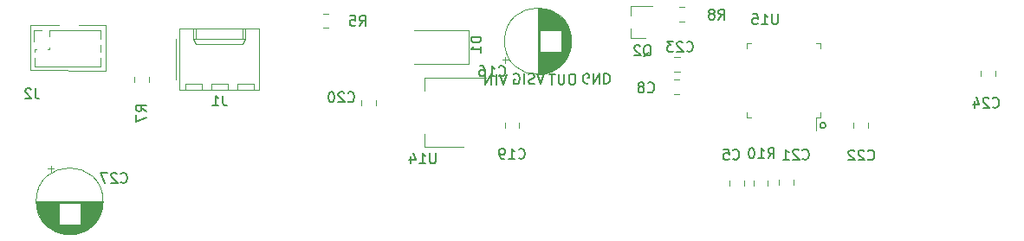
<source format=gbr>
G04 #@! TF.GenerationSoftware,KiCad,Pcbnew,(5.1.2)-2*
G04 #@! TF.CreationDate,2021-01-17T20:53:17+05:30*
G04 #@! TF.ProjectId,VendSensor,56656e64-5365-46e7-936f-722e6b696361,rev?*
G04 #@! TF.SameCoordinates,Original*
G04 #@! TF.FileFunction,Legend,Bot*
G04 #@! TF.FilePolarity,Positive*
%FSLAX46Y46*%
G04 Gerber Fmt 4.6, Leading zero omitted, Abs format (unit mm)*
G04 Created by KiCad (PCBNEW (5.1.2)-2) date 2021-01-17 20:53:17*
%MOMM*%
%LPD*%
G04 APERTURE LIST*
%ADD10C,0.120000*%
%ADD11C,0.150000*%
%ADD12C,0.200000*%
G04 APERTURE END LIST*
D10*
X67140000Y-37690000D02*
X64490000Y-37670000D01*
X67140000Y-42130000D02*
X67140000Y-37690000D01*
X59720000Y-42110000D02*
X67140000Y-42130000D01*
X59730000Y-37710000D02*
X59720000Y-42110000D01*
X62510000Y-37710000D02*
X59730000Y-37710000D01*
D11*
X114318095Y-43390000D02*
X114222857Y-43437619D01*
X114080000Y-43437619D01*
X113937142Y-43390000D01*
X113841904Y-43294761D01*
X113794285Y-43199523D01*
X113746666Y-43009047D01*
X113746666Y-42866190D01*
X113794285Y-42675714D01*
X113841904Y-42580476D01*
X113937142Y-42485238D01*
X114080000Y-42437619D01*
X114175238Y-42437619D01*
X114318095Y-42485238D01*
X114365714Y-42532857D01*
X114365714Y-42866190D01*
X114175238Y-42866190D01*
X114794285Y-42437619D02*
X114794285Y-43437619D01*
X115365714Y-42437619D01*
X115365714Y-43437619D01*
X115841904Y-42437619D02*
X115841904Y-43437619D01*
X116080000Y-43437619D01*
X116222857Y-43390000D01*
X116318095Y-43294761D01*
X116365714Y-43199523D01*
X116413333Y-43009047D01*
X116413333Y-42866190D01*
X116365714Y-42675714D01*
X116318095Y-42580476D01*
X116222857Y-42485238D01*
X116080000Y-42437619D01*
X115841904Y-42437619D01*
X112810000Y-42482380D02*
X112619523Y-42482380D01*
X112524285Y-42530000D01*
X112429047Y-42625238D01*
X112381428Y-42815714D01*
X112381428Y-43149047D01*
X112429047Y-43339523D01*
X112524285Y-43434761D01*
X112619523Y-43482380D01*
X112810000Y-43482380D01*
X112905238Y-43434761D01*
X113000476Y-43339523D01*
X113048095Y-43149047D01*
X113048095Y-42815714D01*
X113000476Y-42625238D01*
X112905238Y-42530000D01*
X112810000Y-42482380D01*
X111952857Y-42482380D02*
X111952857Y-43291904D01*
X111905238Y-43387142D01*
X111857619Y-43434761D01*
X111762380Y-43482380D01*
X111571904Y-43482380D01*
X111476666Y-43434761D01*
X111429047Y-43387142D01*
X111381428Y-43291904D01*
X111381428Y-42482380D01*
X111048095Y-42482380D02*
X110476666Y-42482380D01*
X110762380Y-43482380D02*
X110762380Y-42482380D01*
X109977619Y-42452380D02*
X109644285Y-43452380D01*
X109310952Y-42452380D01*
X109025238Y-43404761D02*
X108882380Y-43452380D01*
X108644285Y-43452380D01*
X108549047Y-43404761D01*
X108501428Y-43357142D01*
X108453809Y-43261904D01*
X108453809Y-43166666D01*
X108501428Y-43071428D01*
X108549047Y-43023809D01*
X108644285Y-42976190D01*
X108834761Y-42928571D01*
X108930000Y-42880952D01*
X108977619Y-42833333D01*
X109025238Y-42738095D01*
X109025238Y-42642857D01*
X108977619Y-42547619D01*
X108930000Y-42500000D01*
X108834761Y-42452380D01*
X108596666Y-42452380D01*
X108453809Y-42500000D01*
X108025238Y-43452380D02*
X108025238Y-42452380D01*
X107025238Y-42500000D02*
X107120476Y-42452380D01*
X107263333Y-42452380D01*
X107406190Y-42500000D01*
X107501428Y-42595238D01*
X107549047Y-42690476D01*
X107596666Y-42880952D01*
X107596666Y-43023809D01*
X107549047Y-43214285D01*
X107501428Y-43309523D01*
X107406190Y-43404761D01*
X107263333Y-43452380D01*
X107168095Y-43452380D01*
X107025238Y-43404761D01*
X106977619Y-43357142D01*
X106977619Y-43023809D01*
X107168095Y-43023809D01*
X106285238Y-42482380D02*
X105951904Y-43482380D01*
X105618571Y-42482380D01*
X105285238Y-43482380D02*
X105285238Y-42482380D01*
X104809047Y-43482380D02*
X104809047Y-42482380D01*
X104237619Y-43482380D01*
X104237619Y-42482380D01*
D12*
X137491780Y-47510000D02*
G75*
G03X137491780Y-47510000I-281780J0D01*
G01*
D10*
X81570000Y-43440000D02*
X81570000Y-44040000D01*
X79970000Y-43440000D02*
X81570000Y-43440000D01*
X79970000Y-44040000D02*
X79970000Y-43440000D01*
X79030000Y-43440000D02*
X79030000Y-44040000D01*
X77430000Y-43440000D02*
X79030000Y-43440000D01*
X77430000Y-44040000D02*
X77430000Y-43440000D01*
X76490000Y-43440000D02*
X76490000Y-44040000D01*
X74890000Y-43440000D02*
X76490000Y-43440000D01*
X74890000Y-44040000D02*
X74890000Y-43440000D01*
X80520000Y-38020000D02*
X80520000Y-39020000D01*
X75940000Y-38020000D02*
X75940000Y-39020000D01*
X80520000Y-39550000D02*
X80770000Y-39020000D01*
X75940000Y-39550000D02*
X80520000Y-39550000D01*
X75690000Y-39020000D02*
X75940000Y-39550000D01*
X80770000Y-39020000D02*
X80770000Y-38020000D01*
X75690000Y-39020000D02*
X80770000Y-39020000D01*
X75690000Y-38020000D02*
X75690000Y-39020000D01*
X74020000Y-43010000D02*
X74020000Y-39010000D01*
X82150000Y-44040000D02*
X74310000Y-44040000D01*
X82150000Y-38020000D02*
X82150000Y-44040000D01*
X74310000Y-38020000D02*
X82150000Y-38020000D01*
X74310000Y-44040000D02*
X74310000Y-38020000D01*
X60120000Y-38170000D02*
X60120000Y-39300000D01*
X60880000Y-38170000D02*
X60120000Y-38170000D01*
X60185000Y-40877530D02*
X60185000Y-41700000D01*
X60185000Y-40060000D02*
X60185000Y-40262470D01*
X60316529Y-40060000D02*
X60185000Y-40060000D01*
X61586529Y-40060000D02*
X61443471Y-40060000D01*
X61640000Y-39863471D02*
X61640000Y-40006529D01*
X61640000Y-38170000D02*
X61640000Y-38736529D01*
X60185000Y-41700000D02*
X66655000Y-41700000D01*
X61640000Y-38170000D02*
X66655000Y-38170000D01*
X66655000Y-39607530D02*
X66655000Y-40262470D01*
X66655000Y-40877530D02*
X66655000Y-41700000D01*
X66655000Y-38170000D02*
X66655000Y-38992470D01*
X102630000Y-38200000D02*
X97230000Y-38200000D01*
X102630000Y-41500000D02*
X97230000Y-41500000D01*
X102630000Y-38200000D02*
X102630000Y-41500000D01*
X128070000Y-53406252D02*
X128070000Y-52883748D01*
X129490000Y-53406252D02*
X129490000Y-52883748D01*
X71370000Y-42773748D02*
X71370000Y-43296252D01*
X69950000Y-42773748D02*
X69950000Y-43296252D01*
X88333748Y-36550000D02*
X88856252Y-36550000D01*
X88333748Y-37970000D02*
X88856252Y-37970000D01*
X130430000Y-53466252D02*
X130430000Y-52943748D01*
X131850000Y-53466252D02*
X131850000Y-52943748D01*
X123696252Y-37310000D02*
X123173748Y-37310000D01*
X123696252Y-35890000D02*
X123173748Y-35890000D01*
X61446000Y-51764759D02*
X62076000Y-51764759D01*
X61761000Y-51449759D02*
X61761000Y-52079759D01*
X63198000Y-58191000D02*
X64002000Y-58191000D01*
X62967000Y-58151000D02*
X64233000Y-58151000D01*
X62798000Y-58111000D02*
X64402000Y-58111000D01*
X62660000Y-58071000D02*
X64540000Y-58071000D01*
X62541000Y-58031000D02*
X64659000Y-58031000D01*
X62435000Y-57991000D02*
X64765000Y-57991000D01*
X62338000Y-57951000D02*
X64862000Y-57951000D01*
X62250000Y-57911000D02*
X64950000Y-57911000D01*
X62168000Y-57871000D02*
X65032000Y-57871000D01*
X62091000Y-57831000D02*
X65109000Y-57831000D01*
X62019000Y-57791000D02*
X65181000Y-57791000D01*
X61950000Y-57751000D02*
X65250000Y-57751000D01*
X61886000Y-57711000D02*
X65314000Y-57711000D01*
X61824000Y-57671000D02*
X65376000Y-57671000D01*
X61766000Y-57631000D02*
X65434000Y-57631000D01*
X61710000Y-57591000D02*
X65490000Y-57591000D01*
X61656000Y-57551000D02*
X65544000Y-57551000D01*
X61605000Y-57511000D02*
X65595000Y-57511000D01*
X61556000Y-57471000D02*
X65644000Y-57471000D01*
X61508000Y-57431000D02*
X65692000Y-57431000D01*
X61463000Y-57391000D02*
X65737000Y-57391000D01*
X61418000Y-57351000D02*
X65782000Y-57351000D01*
X61376000Y-57311000D02*
X65824000Y-57311000D01*
X61335000Y-57271000D02*
X65865000Y-57271000D01*
X64640000Y-57231000D02*
X65905000Y-57231000D01*
X61295000Y-57231000D02*
X62560000Y-57231000D01*
X64640000Y-57191000D02*
X65943000Y-57191000D01*
X61257000Y-57191000D02*
X62560000Y-57191000D01*
X64640000Y-57151000D02*
X65980000Y-57151000D01*
X61220000Y-57151000D02*
X62560000Y-57151000D01*
X64640000Y-57111000D02*
X66016000Y-57111000D01*
X61184000Y-57111000D02*
X62560000Y-57111000D01*
X64640000Y-57071000D02*
X66050000Y-57071000D01*
X61150000Y-57071000D02*
X62560000Y-57071000D01*
X64640000Y-57031000D02*
X66084000Y-57031000D01*
X61116000Y-57031000D02*
X62560000Y-57031000D01*
X64640000Y-56991000D02*
X66116000Y-56991000D01*
X61084000Y-56991000D02*
X62560000Y-56991000D01*
X64640000Y-56951000D02*
X66148000Y-56951000D01*
X61052000Y-56951000D02*
X62560000Y-56951000D01*
X64640000Y-56911000D02*
X66178000Y-56911000D01*
X61022000Y-56911000D02*
X62560000Y-56911000D01*
X64640000Y-56871000D02*
X66207000Y-56871000D01*
X60993000Y-56871000D02*
X62560000Y-56871000D01*
X64640000Y-56831000D02*
X66236000Y-56831000D01*
X60964000Y-56831000D02*
X62560000Y-56831000D01*
X64640000Y-56791000D02*
X66264000Y-56791000D01*
X60936000Y-56791000D02*
X62560000Y-56791000D01*
X64640000Y-56751000D02*
X66290000Y-56751000D01*
X60910000Y-56751000D02*
X62560000Y-56751000D01*
X64640000Y-56711000D02*
X66316000Y-56711000D01*
X60884000Y-56711000D02*
X62560000Y-56711000D01*
X64640000Y-56671000D02*
X66342000Y-56671000D01*
X60858000Y-56671000D02*
X62560000Y-56671000D01*
X64640000Y-56631000D02*
X66366000Y-56631000D01*
X60834000Y-56631000D02*
X62560000Y-56631000D01*
X64640000Y-56591000D02*
X66390000Y-56591000D01*
X60810000Y-56591000D02*
X62560000Y-56591000D01*
X64640000Y-56551000D02*
X66412000Y-56551000D01*
X60788000Y-56551000D02*
X62560000Y-56551000D01*
X64640000Y-56511000D02*
X66434000Y-56511000D01*
X60766000Y-56511000D02*
X62560000Y-56511000D01*
X64640000Y-56471000D02*
X66456000Y-56471000D01*
X60744000Y-56471000D02*
X62560000Y-56471000D01*
X64640000Y-56431000D02*
X66476000Y-56431000D01*
X60724000Y-56431000D02*
X62560000Y-56431000D01*
X64640000Y-56391000D02*
X66496000Y-56391000D01*
X60704000Y-56391000D02*
X62560000Y-56391000D01*
X64640000Y-56351000D02*
X66516000Y-56351000D01*
X60684000Y-56351000D02*
X62560000Y-56351000D01*
X64640000Y-56311000D02*
X66534000Y-56311000D01*
X60666000Y-56311000D02*
X62560000Y-56311000D01*
X64640000Y-56271000D02*
X66552000Y-56271000D01*
X60648000Y-56271000D02*
X62560000Y-56271000D01*
X64640000Y-56231000D02*
X66570000Y-56231000D01*
X60630000Y-56231000D02*
X62560000Y-56231000D01*
X64640000Y-56191000D02*
X66586000Y-56191000D01*
X60614000Y-56191000D02*
X62560000Y-56191000D01*
X64640000Y-56151000D02*
X66602000Y-56151000D01*
X60598000Y-56151000D02*
X62560000Y-56151000D01*
X64640000Y-56111000D02*
X66618000Y-56111000D01*
X60582000Y-56111000D02*
X62560000Y-56111000D01*
X64640000Y-56071000D02*
X66633000Y-56071000D01*
X60567000Y-56071000D02*
X62560000Y-56071000D01*
X64640000Y-56031000D02*
X66647000Y-56031000D01*
X60553000Y-56031000D02*
X62560000Y-56031000D01*
X64640000Y-55991000D02*
X66661000Y-55991000D01*
X60539000Y-55991000D02*
X62560000Y-55991000D01*
X64640000Y-55951000D02*
X66674000Y-55951000D01*
X60526000Y-55951000D02*
X62560000Y-55951000D01*
X64640000Y-55911000D02*
X66686000Y-55911000D01*
X60514000Y-55911000D02*
X62560000Y-55911000D01*
X64640000Y-55871000D02*
X66698000Y-55871000D01*
X60502000Y-55871000D02*
X62560000Y-55871000D01*
X64640000Y-55831000D02*
X66710000Y-55831000D01*
X60490000Y-55831000D02*
X62560000Y-55831000D01*
X64640000Y-55791000D02*
X66721000Y-55791000D01*
X60479000Y-55791000D02*
X62560000Y-55791000D01*
X64640000Y-55751000D02*
X66731000Y-55751000D01*
X60469000Y-55751000D02*
X62560000Y-55751000D01*
X64640000Y-55711000D02*
X66741000Y-55711000D01*
X60459000Y-55711000D02*
X62560000Y-55711000D01*
X64640000Y-55671000D02*
X66750000Y-55671000D01*
X60450000Y-55671000D02*
X62560000Y-55671000D01*
X64640000Y-55630000D02*
X66759000Y-55630000D01*
X60441000Y-55630000D02*
X62560000Y-55630000D01*
X64640000Y-55590000D02*
X66767000Y-55590000D01*
X60433000Y-55590000D02*
X62560000Y-55590000D01*
X64640000Y-55550000D02*
X66775000Y-55550000D01*
X60425000Y-55550000D02*
X62560000Y-55550000D01*
X64640000Y-55510000D02*
X66782000Y-55510000D01*
X60418000Y-55510000D02*
X62560000Y-55510000D01*
X64640000Y-55470000D02*
X66789000Y-55470000D01*
X60411000Y-55470000D02*
X62560000Y-55470000D01*
X64640000Y-55430000D02*
X66795000Y-55430000D01*
X60405000Y-55430000D02*
X62560000Y-55430000D01*
X64640000Y-55390000D02*
X66801000Y-55390000D01*
X60399000Y-55390000D02*
X62560000Y-55390000D01*
X64640000Y-55350000D02*
X66806000Y-55350000D01*
X60394000Y-55350000D02*
X62560000Y-55350000D01*
X64640000Y-55310000D02*
X66811000Y-55310000D01*
X60389000Y-55310000D02*
X62560000Y-55310000D01*
X64640000Y-55270000D02*
X66815000Y-55270000D01*
X60385000Y-55270000D02*
X62560000Y-55270000D01*
X64640000Y-55230000D02*
X66818000Y-55230000D01*
X60382000Y-55230000D02*
X62560000Y-55230000D01*
X64640000Y-55190000D02*
X66822000Y-55190000D01*
X60378000Y-55190000D02*
X62560000Y-55190000D01*
X60376000Y-55150000D02*
X66824000Y-55150000D01*
X60373000Y-55110000D02*
X66827000Y-55110000D01*
X60372000Y-55070000D02*
X66828000Y-55070000D01*
X60370000Y-55030000D02*
X66830000Y-55030000D01*
X60370000Y-54990000D02*
X66830000Y-54990000D01*
X60370000Y-54950000D02*
X66830000Y-54950000D01*
X66870000Y-54950000D02*
G75*
G03X66870000Y-54950000I-3270000J0D01*
G01*
X118410000Y-38980000D02*
X119870000Y-38980000D01*
X118410000Y-35820000D02*
X120570000Y-35820000D01*
X118410000Y-35820000D02*
X118410000Y-36750000D01*
X118410000Y-38980000D02*
X118410000Y-38050000D01*
X123211252Y-44440000D02*
X122688748Y-44440000D01*
X123211252Y-43020000D02*
X122688748Y-43020000D01*
X136560000Y-46710000D02*
X136560000Y-48000000D01*
X137010000Y-46710000D02*
X136560000Y-46710000D01*
X137010000Y-46260000D02*
X137010000Y-46710000D01*
X137010000Y-39490000D02*
X136560000Y-39490000D01*
X137010000Y-39940000D02*
X137010000Y-39490000D01*
X129790000Y-46710000D02*
X130240000Y-46710000D01*
X129790000Y-46260000D02*
X129790000Y-46710000D01*
X129790000Y-39490000D02*
X130240000Y-39490000D01*
X129790000Y-39940000D02*
X129790000Y-39490000D01*
X104300000Y-42810000D02*
X98290000Y-42810000D01*
X102050000Y-49630000D02*
X98290000Y-49630000D01*
X98290000Y-42810000D02*
X98290000Y-44070000D01*
X98290000Y-49630000D02*
X98290000Y-48370000D01*
X154050000Y-42173748D02*
X154050000Y-42696252D01*
X152630000Y-42173748D02*
X152630000Y-42696252D01*
X123226252Y-42270000D02*
X122703748Y-42270000D01*
X123226252Y-40850000D02*
X122703748Y-40850000D01*
X140200000Y-47726252D02*
X140200000Y-47203748D01*
X141620000Y-47726252D02*
X141620000Y-47203748D01*
X134330000Y-52848748D02*
X134330000Y-53371252D01*
X132910000Y-52848748D02*
X132910000Y-53371252D01*
X92100000Y-45556252D02*
X92100000Y-45033748D01*
X93520000Y-45556252D02*
X93520000Y-45033748D01*
X106130000Y-47781252D02*
X106130000Y-47258748D01*
X107550000Y-47781252D02*
X107550000Y-47258748D01*
X106184759Y-41414000D02*
X106184759Y-40784000D01*
X105869759Y-41099000D02*
X106499759Y-41099000D01*
X112611000Y-39662000D02*
X112611000Y-38858000D01*
X112571000Y-39893000D02*
X112571000Y-38627000D01*
X112531000Y-40062000D02*
X112531000Y-38458000D01*
X112491000Y-40200000D02*
X112491000Y-38320000D01*
X112451000Y-40319000D02*
X112451000Y-38201000D01*
X112411000Y-40425000D02*
X112411000Y-38095000D01*
X112371000Y-40522000D02*
X112371000Y-37998000D01*
X112331000Y-40610000D02*
X112331000Y-37910000D01*
X112291000Y-40692000D02*
X112291000Y-37828000D01*
X112251000Y-40769000D02*
X112251000Y-37751000D01*
X112211000Y-40841000D02*
X112211000Y-37679000D01*
X112171000Y-40910000D02*
X112171000Y-37610000D01*
X112131000Y-40974000D02*
X112131000Y-37546000D01*
X112091000Y-41036000D02*
X112091000Y-37484000D01*
X112051000Y-41094000D02*
X112051000Y-37426000D01*
X112011000Y-41150000D02*
X112011000Y-37370000D01*
X111971000Y-41204000D02*
X111971000Y-37316000D01*
X111931000Y-41255000D02*
X111931000Y-37265000D01*
X111891000Y-41304000D02*
X111891000Y-37216000D01*
X111851000Y-41352000D02*
X111851000Y-37168000D01*
X111811000Y-41397000D02*
X111811000Y-37123000D01*
X111771000Y-41442000D02*
X111771000Y-37078000D01*
X111731000Y-41484000D02*
X111731000Y-37036000D01*
X111691000Y-41525000D02*
X111691000Y-36995000D01*
X111651000Y-38220000D02*
X111651000Y-36955000D01*
X111651000Y-41565000D02*
X111651000Y-40300000D01*
X111611000Y-38220000D02*
X111611000Y-36917000D01*
X111611000Y-41603000D02*
X111611000Y-40300000D01*
X111571000Y-38220000D02*
X111571000Y-36880000D01*
X111571000Y-41640000D02*
X111571000Y-40300000D01*
X111531000Y-38220000D02*
X111531000Y-36844000D01*
X111531000Y-41676000D02*
X111531000Y-40300000D01*
X111491000Y-38220000D02*
X111491000Y-36810000D01*
X111491000Y-41710000D02*
X111491000Y-40300000D01*
X111451000Y-38220000D02*
X111451000Y-36776000D01*
X111451000Y-41744000D02*
X111451000Y-40300000D01*
X111411000Y-38220000D02*
X111411000Y-36744000D01*
X111411000Y-41776000D02*
X111411000Y-40300000D01*
X111371000Y-38220000D02*
X111371000Y-36712000D01*
X111371000Y-41808000D02*
X111371000Y-40300000D01*
X111331000Y-38220000D02*
X111331000Y-36682000D01*
X111331000Y-41838000D02*
X111331000Y-40300000D01*
X111291000Y-38220000D02*
X111291000Y-36653000D01*
X111291000Y-41867000D02*
X111291000Y-40300000D01*
X111251000Y-38220000D02*
X111251000Y-36624000D01*
X111251000Y-41896000D02*
X111251000Y-40300000D01*
X111211000Y-38220000D02*
X111211000Y-36596000D01*
X111211000Y-41924000D02*
X111211000Y-40300000D01*
X111171000Y-38220000D02*
X111171000Y-36570000D01*
X111171000Y-41950000D02*
X111171000Y-40300000D01*
X111131000Y-38220000D02*
X111131000Y-36544000D01*
X111131000Y-41976000D02*
X111131000Y-40300000D01*
X111091000Y-38220000D02*
X111091000Y-36518000D01*
X111091000Y-42002000D02*
X111091000Y-40300000D01*
X111051000Y-38220000D02*
X111051000Y-36494000D01*
X111051000Y-42026000D02*
X111051000Y-40300000D01*
X111011000Y-38220000D02*
X111011000Y-36470000D01*
X111011000Y-42050000D02*
X111011000Y-40300000D01*
X110971000Y-38220000D02*
X110971000Y-36448000D01*
X110971000Y-42072000D02*
X110971000Y-40300000D01*
X110931000Y-38220000D02*
X110931000Y-36426000D01*
X110931000Y-42094000D02*
X110931000Y-40300000D01*
X110891000Y-38220000D02*
X110891000Y-36404000D01*
X110891000Y-42116000D02*
X110891000Y-40300000D01*
X110851000Y-38220000D02*
X110851000Y-36384000D01*
X110851000Y-42136000D02*
X110851000Y-40300000D01*
X110811000Y-38220000D02*
X110811000Y-36364000D01*
X110811000Y-42156000D02*
X110811000Y-40300000D01*
X110771000Y-38220000D02*
X110771000Y-36344000D01*
X110771000Y-42176000D02*
X110771000Y-40300000D01*
X110731000Y-38220000D02*
X110731000Y-36326000D01*
X110731000Y-42194000D02*
X110731000Y-40300000D01*
X110691000Y-38220000D02*
X110691000Y-36308000D01*
X110691000Y-42212000D02*
X110691000Y-40300000D01*
X110651000Y-38220000D02*
X110651000Y-36290000D01*
X110651000Y-42230000D02*
X110651000Y-40300000D01*
X110611000Y-38220000D02*
X110611000Y-36274000D01*
X110611000Y-42246000D02*
X110611000Y-40300000D01*
X110571000Y-38220000D02*
X110571000Y-36258000D01*
X110571000Y-42262000D02*
X110571000Y-40300000D01*
X110531000Y-38220000D02*
X110531000Y-36242000D01*
X110531000Y-42278000D02*
X110531000Y-40300000D01*
X110491000Y-38220000D02*
X110491000Y-36227000D01*
X110491000Y-42293000D02*
X110491000Y-40300000D01*
X110451000Y-38220000D02*
X110451000Y-36213000D01*
X110451000Y-42307000D02*
X110451000Y-40300000D01*
X110411000Y-38220000D02*
X110411000Y-36199000D01*
X110411000Y-42321000D02*
X110411000Y-40300000D01*
X110371000Y-38220000D02*
X110371000Y-36186000D01*
X110371000Y-42334000D02*
X110371000Y-40300000D01*
X110331000Y-38220000D02*
X110331000Y-36174000D01*
X110331000Y-42346000D02*
X110331000Y-40300000D01*
X110291000Y-38220000D02*
X110291000Y-36162000D01*
X110291000Y-42358000D02*
X110291000Y-40300000D01*
X110251000Y-38220000D02*
X110251000Y-36150000D01*
X110251000Y-42370000D02*
X110251000Y-40300000D01*
X110211000Y-38220000D02*
X110211000Y-36139000D01*
X110211000Y-42381000D02*
X110211000Y-40300000D01*
X110171000Y-38220000D02*
X110171000Y-36129000D01*
X110171000Y-42391000D02*
X110171000Y-40300000D01*
X110131000Y-38220000D02*
X110131000Y-36119000D01*
X110131000Y-42401000D02*
X110131000Y-40300000D01*
X110091000Y-38220000D02*
X110091000Y-36110000D01*
X110091000Y-42410000D02*
X110091000Y-40300000D01*
X110050000Y-38220000D02*
X110050000Y-36101000D01*
X110050000Y-42419000D02*
X110050000Y-40300000D01*
X110010000Y-38220000D02*
X110010000Y-36093000D01*
X110010000Y-42427000D02*
X110010000Y-40300000D01*
X109970000Y-38220000D02*
X109970000Y-36085000D01*
X109970000Y-42435000D02*
X109970000Y-40300000D01*
X109930000Y-38220000D02*
X109930000Y-36078000D01*
X109930000Y-42442000D02*
X109930000Y-40300000D01*
X109890000Y-38220000D02*
X109890000Y-36071000D01*
X109890000Y-42449000D02*
X109890000Y-40300000D01*
X109850000Y-38220000D02*
X109850000Y-36065000D01*
X109850000Y-42455000D02*
X109850000Y-40300000D01*
X109810000Y-38220000D02*
X109810000Y-36059000D01*
X109810000Y-42461000D02*
X109810000Y-40300000D01*
X109770000Y-38220000D02*
X109770000Y-36054000D01*
X109770000Y-42466000D02*
X109770000Y-40300000D01*
X109730000Y-38220000D02*
X109730000Y-36049000D01*
X109730000Y-42471000D02*
X109730000Y-40300000D01*
X109690000Y-38220000D02*
X109690000Y-36045000D01*
X109690000Y-42475000D02*
X109690000Y-40300000D01*
X109650000Y-38220000D02*
X109650000Y-36042000D01*
X109650000Y-42478000D02*
X109650000Y-40300000D01*
X109610000Y-38220000D02*
X109610000Y-36038000D01*
X109610000Y-42482000D02*
X109610000Y-40300000D01*
X109570000Y-42484000D02*
X109570000Y-36036000D01*
X109530000Y-42487000D02*
X109530000Y-36033000D01*
X109490000Y-42488000D02*
X109490000Y-36032000D01*
X109450000Y-42490000D02*
X109450000Y-36030000D01*
X109410000Y-42490000D02*
X109410000Y-36030000D01*
X109370000Y-42490000D02*
X109370000Y-36030000D01*
X112640000Y-39260000D02*
G75*
G03X112640000Y-39260000I-3270000J0D01*
G01*
D11*
X78563333Y-44582380D02*
X78563333Y-45296666D01*
X78610952Y-45439523D01*
X78706190Y-45534761D01*
X78849047Y-45582380D01*
X78944285Y-45582380D01*
X77563333Y-45582380D02*
X78134761Y-45582380D01*
X77849047Y-45582380D02*
X77849047Y-44582380D01*
X77944285Y-44725238D01*
X78039523Y-44820476D01*
X78134761Y-44868095D01*
X60253333Y-43892380D02*
X60253333Y-44606666D01*
X60300952Y-44749523D01*
X60396190Y-44844761D01*
X60539047Y-44892380D01*
X60634285Y-44892380D01*
X59824761Y-43987619D02*
X59777142Y-43940000D01*
X59681904Y-43892380D01*
X59443809Y-43892380D01*
X59348571Y-43940000D01*
X59300952Y-43987619D01*
X59253333Y-44082857D01*
X59253333Y-44178095D01*
X59300952Y-44320952D01*
X59872380Y-44892380D01*
X59253333Y-44892380D01*
X103822380Y-38821904D02*
X102822380Y-38821904D01*
X102822380Y-39060000D01*
X102870000Y-39202857D01*
X102965238Y-39298095D01*
X103060476Y-39345714D01*
X103250952Y-39393333D01*
X103393809Y-39393333D01*
X103584285Y-39345714D01*
X103679523Y-39298095D01*
X103774761Y-39202857D01*
X103822380Y-39060000D01*
X103822380Y-38821904D01*
X103822380Y-40345714D02*
X103822380Y-39774285D01*
X103822380Y-40060000D02*
X102822380Y-40060000D01*
X102965238Y-39964761D01*
X103060476Y-39869523D01*
X103108095Y-39774285D01*
X128436666Y-50767142D02*
X128484285Y-50814761D01*
X128627142Y-50862380D01*
X128722380Y-50862380D01*
X128865238Y-50814761D01*
X128960476Y-50719523D01*
X129008095Y-50624285D01*
X129055714Y-50433809D01*
X129055714Y-50290952D01*
X129008095Y-50100476D01*
X128960476Y-50005238D01*
X128865238Y-49910000D01*
X128722380Y-49862380D01*
X128627142Y-49862380D01*
X128484285Y-49910000D01*
X128436666Y-49957619D01*
X127531904Y-49862380D02*
X128008095Y-49862380D01*
X128055714Y-50338571D01*
X128008095Y-50290952D01*
X127912857Y-50243333D01*
X127674761Y-50243333D01*
X127579523Y-50290952D01*
X127531904Y-50338571D01*
X127484285Y-50433809D01*
X127484285Y-50671904D01*
X127531904Y-50767142D01*
X127579523Y-50814761D01*
X127674761Y-50862380D01*
X127912857Y-50862380D01*
X128008095Y-50814761D01*
X128055714Y-50767142D01*
X71112380Y-46128333D02*
X70636190Y-45795000D01*
X71112380Y-45556904D02*
X70112380Y-45556904D01*
X70112380Y-45937857D01*
X70160000Y-46033095D01*
X70207619Y-46080714D01*
X70302857Y-46128333D01*
X70445714Y-46128333D01*
X70540952Y-46080714D01*
X70588571Y-46033095D01*
X70636190Y-45937857D01*
X70636190Y-45556904D01*
X70112380Y-46461666D02*
X70112380Y-47128333D01*
X71112380Y-46699761D01*
X91916666Y-37762380D02*
X92250000Y-37286190D01*
X92488095Y-37762380D02*
X92488095Y-36762380D01*
X92107142Y-36762380D01*
X92011904Y-36810000D01*
X91964285Y-36857619D01*
X91916666Y-36952857D01*
X91916666Y-37095714D01*
X91964285Y-37190952D01*
X92011904Y-37238571D01*
X92107142Y-37286190D01*
X92488095Y-37286190D01*
X91011904Y-36762380D02*
X91488095Y-36762380D01*
X91535714Y-37238571D01*
X91488095Y-37190952D01*
X91392857Y-37143333D01*
X91154761Y-37143333D01*
X91059523Y-37190952D01*
X91011904Y-37238571D01*
X90964285Y-37333809D01*
X90964285Y-37571904D01*
X91011904Y-37667142D01*
X91059523Y-37714761D01*
X91154761Y-37762380D01*
X91392857Y-37762380D01*
X91488095Y-37714761D01*
X91535714Y-37667142D01*
X131852857Y-50732380D02*
X132186190Y-50256190D01*
X132424285Y-50732380D02*
X132424285Y-49732380D01*
X132043333Y-49732380D01*
X131948095Y-49780000D01*
X131900476Y-49827619D01*
X131852857Y-49922857D01*
X131852857Y-50065714D01*
X131900476Y-50160952D01*
X131948095Y-50208571D01*
X132043333Y-50256190D01*
X132424285Y-50256190D01*
X130900476Y-50732380D02*
X131471904Y-50732380D01*
X131186190Y-50732380D02*
X131186190Y-49732380D01*
X131281428Y-49875238D01*
X131376666Y-49970476D01*
X131471904Y-50018095D01*
X130281428Y-49732380D02*
X130186190Y-49732380D01*
X130090952Y-49780000D01*
X130043333Y-49827619D01*
X129995714Y-49922857D01*
X129948095Y-50113333D01*
X129948095Y-50351428D01*
X129995714Y-50541904D01*
X130043333Y-50637142D01*
X130090952Y-50684761D01*
X130186190Y-50732380D01*
X130281428Y-50732380D01*
X130376666Y-50684761D01*
X130424285Y-50637142D01*
X130471904Y-50541904D01*
X130519523Y-50351428D01*
X130519523Y-50113333D01*
X130471904Y-49922857D01*
X130424285Y-49827619D01*
X130376666Y-49780000D01*
X130281428Y-49732380D01*
X127016666Y-37142380D02*
X127350000Y-36666190D01*
X127588095Y-37142380D02*
X127588095Y-36142380D01*
X127207142Y-36142380D01*
X127111904Y-36190000D01*
X127064285Y-36237619D01*
X127016666Y-36332857D01*
X127016666Y-36475714D01*
X127064285Y-36570952D01*
X127111904Y-36618571D01*
X127207142Y-36666190D01*
X127588095Y-36666190D01*
X126445238Y-36570952D02*
X126540476Y-36523333D01*
X126588095Y-36475714D01*
X126635714Y-36380476D01*
X126635714Y-36332857D01*
X126588095Y-36237619D01*
X126540476Y-36190000D01*
X126445238Y-36142380D01*
X126254761Y-36142380D01*
X126159523Y-36190000D01*
X126111904Y-36237619D01*
X126064285Y-36332857D01*
X126064285Y-36380476D01*
X126111904Y-36475714D01*
X126159523Y-36523333D01*
X126254761Y-36570952D01*
X126445238Y-36570952D01*
X126540476Y-36618571D01*
X126588095Y-36666190D01*
X126635714Y-36761428D01*
X126635714Y-36951904D01*
X126588095Y-37047142D01*
X126540476Y-37094761D01*
X126445238Y-37142380D01*
X126254761Y-37142380D01*
X126159523Y-37094761D01*
X126111904Y-37047142D01*
X126064285Y-36951904D01*
X126064285Y-36761428D01*
X126111904Y-36666190D01*
X126159523Y-36618571D01*
X126254761Y-36570952D01*
X68602857Y-53067142D02*
X68650476Y-53114761D01*
X68793333Y-53162380D01*
X68888571Y-53162380D01*
X69031428Y-53114761D01*
X69126666Y-53019523D01*
X69174285Y-52924285D01*
X69221904Y-52733809D01*
X69221904Y-52590952D01*
X69174285Y-52400476D01*
X69126666Y-52305238D01*
X69031428Y-52210000D01*
X68888571Y-52162380D01*
X68793333Y-52162380D01*
X68650476Y-52210000D01*
X68602857Y-52257619D01*
X68221904Y-52257619D02*
X68174285Y-52210000D01*
X68079047Y-52162380D01*
X67840952Y-52162380D01*
X67745714Y-52210000D01*
X67698095Y-52257619D01*
X67650476Y-52352857D01*
X67650476Y-52448095D01*
X67698095Y-52590952D01*
X68269523Y-53162380D01*
X67650476Y-53162380D01*
X67317142Y-52162380D02*
X66650476Y-52162380D01*
X67079047Y-53162380D01*
X119695238Y-40757619D02*
X119790476Y-40710000D01*
X119885714Y-40614761D01*
X120028571Y-40471904D01*
X120123809Y-40424285D01*
X120219047Y-40424285D01*
X120171428Y-40662380D02*
X120266666Y-40614761D01*
X120361904Y-40519523D01*
X120409523Y-40329047D01*
X120409523Y-39995714D01*
X120361904Y-39805238D01*
X120266666Y-39710000D01*
X120171428Y-39662380D01*
X119980952Y-39662380D01*
X119885714Y-39710000D01*
X119790476Y-39805238D01*
X119742857Y-39995714D01*
X119742857Y-40329047D01*
X119790476Y-40519523D01*
X119885714Y-40614761D01*
X119980952Y-40662380D01*
X120171428Y-40662380D01*
X119361904Y-39757619D02*
X119314285Y-39710000D01*
X119219047Y-39662380D01*
X118980952Y-39662380D01*
X118885714Y-39710000D01*
X118838095Y-39757619D01*
X118790476Y-39852857D01*
X118790476Y-39948095D01*
X118838095Y-40090952D01*
X119409523Y-40662380D01*
X118790476Y-40662380D01*
X120106666Y-44197142D02*
X120154285Y-44244761D01*
X120297142Y-44292380D01*
X120392380Y-44292380D01*
X120535238Y-44244761D01*
X120630476Y-44149523D01*
X120678095Y-44054285D01*
X120725714Y-43863809D01*
X120725714Y-43720952D01*
X120678095Y-43530476D01*
X120630476Y-43435238D01*
X120535238Y-43340000D01*
X120392380Y-43292380D01*
X120297142Y-43292380D01*
X120154285Y-43340000D01*
X120106666Y-43387619D01*
X119535238Y-43720952D02*
X119630476Y-43673333D01*
X119678095Y-43625714D01*
X119725714Y-43530476D01*
X119725714Y-43482857D01*
X119678095Y-43387619D01*
X119630476Y-43340000D01*
X119535238Y-43292380D01*
X119344761Y-43292380D01*
X119249523Y-43340000D01*
X119201904Y-43387619D01*
X119154285Y-43482857D01*
X119154285Y-43530476D01*
X119201904Y-43625714D01*
X119249523Y-43673333D01*
X119344761Y-43720952D01*
X119535238Y-43720952D01*
X119630476Y-43768571D01*
X119678095Y-43816190D01*
X119725714Y-43911428D01*
X119725714Y-44101904D01*
X119678095Y-44197142D01*
X119630476Y-44244761D01*
X119535238Y-44292380D01*
X119344761Y-44292380D01*
X119249523Y-44244761D01*
X119201904Y-44197142D01*
X119154285Y-44101904D01*
X119154285Y-43911428D01*
X119201904Y-43816190D01*
X119249523Y-43768571D01*
X119344761Y-43720952D01*
X132808095Y-36592380D02*
X132808095Y-37401904D01*
X132760476Y-37497142D01*
X132712857Y-37544761D01*
X132617619Y-37592380D01*
X132427142Y-37592380D01*
X132331904Y-37544761D01*
X132284285Y-37497142D01*
X132236666Y-37401904D01*
X132236666Y-36592380D01*
X131236666Y-37592380D02*
X131808095Y-37592380D01*
X131522380Y-37592380D02*
X131522380Y-36592380D01*
X131617619Y-36735238D01*
X131712857Y-36830476D01*
X131808095Y-36878095D01*
X130331904Y-36592380D02*
X130808095Y-36592380D01*
X130855714Y-37068571D01*
X130808095Y-37020952D01*
X130712857Y-36973333D01*
X130474761Y-36973333D01*
X130379523Y-37020952D01*
X130331904Y-37068571D01*
X130284285Y-37163809D01*
X130284285Y-37401904D01*
X130331904Y-37497142D01*
X130379523Y-37544761D01*
X130474761Y-37592380D01*
X130712857Y-37592380D01*
X130808095Y-37544761D01*
X130855714Y-37497142D01*
X99358095Y-50242380D02*
X99358095Y-51051904D01*
X99310476Y-51147142D01*
X99262857Y-51194761D01*
X99167619Y-51242380D01*
X98977142Y-51242380D01*
X98881904Y-51194761D01*
X98834285Y-51147142D01*
X98786666Y-51051904D01*
X98786666Y-50242380D01*
X97786666Y-51242380D02*
X98358095Y-51242380D01*
X98072380Y-51242380D02*
X98072380Y-50242380D01*
X98167619Y-50385238D01*
X98262857Y-50480476D01*
X98358095Y-50528095D01*
X96929523Y-50575714D02*
X96929523Y-51242380D01*
X97167619Y-50194761D02*
X97405714Y-50909047D01*
X96786666Y-50909047D01*
X153812857Y-45687142D02*
X153860476Y-45734761D01*
X154003333Y-45782380D01*
X154098571Y-45782380D01*
X154241428Y-45734761D01*
X154336666Y-45639523D01*
X154384285Y-45544285D01*
X154431904Y-45353809D01*
X154431904Y-45210952D01*
X154384285Y-45020476D01*
X154336666Y-44925238D01*
X154241428Y-44830000D01*
X154098571Y-44782380D01*
X154003333Y-44782380D01*
X153860476Y-44830000D01*
X153812857Y-44877619D01*
X153431904Y-44877619D02*
X153384285Y-44830000D01*
X153289047Y-44782380D01*
X153050952Y-44782380D01*
X152955714Y-44830000D01*
X152908095Y-44877619D01*
X152860476Y-44972857D01*
X152860476Y-45068095D01*
X152908095Y-45210952D01*
X153479523Y-45782380D01*
X152860476Y-45782380D01*
X152003333Y-45115714D02*
X152003333Y-45782380D01*
X152241428Y-44734761D02*
X152479523Y-45449047D01*
X151860476Y-45449047D01*
X123892857Y-40187142D02*
X123940476Y-40234761D01*
X124083333Y-40282380D01*
X124178571Y-40282380D01*
X124321428Y-40234761D01*
X124416666Y-40139523D01*
X124464285Y-40044285D01*
X124511904Y-39853809D01*
X124511904Y-39710952D01*
X124464285Y-39520476D01*
X124416666Y-39425238D01*
X124321428Y-39330000D01*
X124178571Y-39282380D01*
X124083333Y-39282380D01*
X123940476Y-39330000D01*
X123892857Y-39377619D01*
X123511904Y-39377619D02*
X123464285Y-39330000D01*
X123369047Y-39282380D01*
X123130952Y-39282380D01*
X123035714Y-39330000D01*
X122988095Y-39377619D01*
X122940476Y-39472857D01*
X122940476Y-39568095D01*
X122988095Y-39710952D01*
X123559523Y-40282380D01*
X122940476Y-40282380D01*
X122607142Y-39282380D02*
X121988095Y-39282380D01*
X122321428Y-39663333D01*
X122178571Y-39663333D01*
X122083333Y-39710952D01*
X122035714Y-39758571D01*
X121988095Y-39853809D01*
X121988095Y-40091904D01*
X122035714Y-40187142D01*
X122083333Y-40234761D01*
X122178571Y-40282380D01*
X122464285Y-40282380D01*
X122559523Y-40234761D01*
X122607142Y-40187142D01*
X141622857Y-50827142D02*
X141670476Y-50874761D01*
X141813333Y-50922380D01*
X141908571Y-50922380D01*
X142051428Y-50874761D01*
X142146666Y-50779523D01*
X142194285Y-50684285D01*
X142241904Y-50493809D01*
X142241904Y-50350952D01*
X142194285Y-50160476D01*
X142146666Y-50065238D01*
X142051428Y-49970000D01*
X141908571Y-49922380D01*
X141813333Y-49922380D01*
X141670476Y-49970000D01*
X141622857Y-50017619D01*
X141241904Y-50017619D02*
X141194285Y-49970000D01*
X141099047Y-49922380D01*
X140860952Y-49922380D01*
X140765714Y-49970000D01*
X140718095Y-50017619D01*
X140670476Y-50112857D01*
X140670476Y-50208095D01*
X140718095Y-50350952D01*
X141289523Y-50922380D01*
X140670476Y-50922380D01*
X140289523Y-50017619D02*
X140241904Y-49970000D01*
X140146666Y-49922380D01*
X139908571Y-49922380D01*
X139813333Y-49970000D01*
X139765714Y-50017619D01*
X139718095Y-50112857D01*
X139718095Y-50208095D01*
X139765714Y-50350952D01*
X140337142Y-50922380D01*
X139718095Y-50922380D01*
X135232857Y-50767142D02*
X135280476Y-50814761D01*
X135423333Y-50862380D01*
X135518571Y-50862380D01*
X135661428Y-50814761D01*
X135756666Y-50719523D01*
X135804285Y-50624285D01*
X135851904Y-50433809D01*
X135851904Y-50290952D01*
X135804285Y-50100476D01*
X135756666Y-50005238D01*
X135661428Y-49910000D01*
X135518571Y-49862380D01*
X135423333Y-49862380D01*
X135280476Y-49910000D01*
X135232857Y-49957619D01*
X134851904Y-49957619D02*
X134804285Y-49910000D01*
X134709047Y-49862380D01*
X134470952Y-49862380D01*
X134375714Y-49910000D01*
X134328095Y-49957619D01*
X134280476Y-50052857D01*
X134280476Y-50148095D01*
X134328095Y-50290952D01*
X134899523Y-50862380D01*
X134280476Y-50862380D01*
X133328095Y-50862380D02*
X133899523Y-50862380D01*
X133613809Y-50862380D02*
X133613809Y-49862380D01*
X133709047Y-50005238D01*
X133804285Y-50100476D01*
X133899523Y-50148095D01*
X90802857Y-45137142D02*
X90850476Y-45184761D01*
X90993333Y-45232380D01*
X91088571Y-45232380D01*
X91231428Y-45184761D01*
X91326666Y-45089523D01*
X91374285Y-44994285D01*
X91421904Y-44803809D01*
X91421904Y-44660952D01*
X91374285Y-44470476D01*
X91326666Y-44375238D01*
X91231428Y-44280000D01*
X91088571Y-44232380D01*
X90993333Y-44232380D01*
X90850476Y-44280000D01*
X90802857Y-44327619D01*
X90421904Y-44327619D02*
X90374285Y-44280000D01*
X90279047Y-44232380D01*
X90040952Y-44232380D01*
X89945714Y-44280000D01*
X89898095Y-44327619D01*
X89850476Y-44422857D01*
X89850476Y-44518095D01*
X89898095Y-44660952D01*
X90469523Y-45232380D01*
X89850476Y-45232380D01*
X89231428Y-44232380D02*
X89136190Y-44232380D01*
X89040952Y-44280000D01*
X88993333Y-44327619D01*
X88945714Y-44422857D01*
X88898095Y-44613333D01*
X88898095Y-44851428D01*
X88945714Y-45041904D01*
X88993333Y-45137142D01*
X89040952Y-45184761D01*
X89136190Y-45232380D01*
X89231428Y-45232380D01*
X89326666Y-45184761D01*
X89374285Y-45137142D01*
X89421904Y-45041904D01*
X89469523Y-44851428D01*
X89469523Y-44613333D01*
X89421904Y-44422857D01*
X89374285Y-44327619D01*
X89326666Y-44280000D01*
X89231428Y-44232380D01*
X107472857Y-50687142D02*
X107520476Y-50734761D01*
X107663333Y-50782380D01*
X107758571Y-50782380D01*
X107901428Y-50734761D01*
X107996666Y-50639523D01*
X108044285Y-50544285D01*
X108091904Y-50353809D01*
X108091904Y-50210952D01*
X108044285Y-50020476D01*
X107996666Y-49925238D01*
X107901428Y-49830000D01*
X107758571Y-49782380D01*
X107663333Y-49782380D01*
X107520476Y-49830000D01*
X107472857Y-49877619D01*
X106520476Y-50782380D02*
X107091904Y-50782380D01*
X106806190Y-50782380D02*
X106806190Y-49782380D01*
X106901428Y-49925238D01*
X106996666Y-50020476D01*
X107091904Y-50068095D01*
X106044285Y-50782380D02*
X105853809Y-50782380D01*
X105758571Y-50734761D01*
X105710952Y-50687142D01*
X105615714Y-50544285D01*
X105568095Y-50353809D01*
X105568095Y-49972857D01*
X105615714Y-49877619D01*
X105663333Y-49830000D01*
X105758571Y-49782380D01*
X105949047Y-49782380D01*
X106044285Y-49830000D01*
X106091904Y-49877619D01*
X106139523Y-49972857D01*
X106139523Y-50210952D01*
X106091904Y-50306190D01*
X106044285Y-50353809D01*
X105949047Y-50401428D01*
X105758571Y-50401428D01*
X105663333Y-50353809D01*
X105615714Y-50306190D01*
X105568095Y-50210952D01*
X105542857Y-42597142D02*
X105590476Y-42644761D01*
X105733333Y-42692380D01*
X105828571Y-42692380D01*
X105971428Y-42644761D01*
X106066666Y-42549523D01*
X106114285Y-42454285D01*
X106161904Y-42263809D01*
X106161904Y-42120952D01*
X106114285Y-41930476D01*
X106066666Y-41835238D01*
X105971428Y-41740000D01*
X105828571Y-41692380D01*
X105733333Y-41692380D01*
X105590476Y-41740000D01*
X105542857Y-41787619D01*
X104590476Y-42692380D02*
X105161904Y-42692380D01*
X104876190Y-42692380D02*
X104876190Y-41692380D01*
X104971428Y-41835238D01*
X105066666Y-41930476D01*
X105161904Y-41978095D01*
X103733333Y-41692380D02*
X103923809Y-41692380D01*
X104019047Y-41740000D01*
X104066666Y-41787619D01*
X104161904Y-41930476D01*
X104209523Y-42120952D01*
X104209523Y-42501904D01*
X104161904Y-42597142D01*
X104114285Y-42644761D01*
X104019047Y-42692380D01*
X103828571Y-42692380D01*
X103733333Y-42644761D01*
X103685714Y-42597142D01*
X103638095Y-42501904D01*
X103638095Y-42263809D01*
X103685714Y-42168571D01*
X103733333Y-42120952D01*
X103828571Y-42073333D01*
X104019047Y-42073333D01*
X104114285Y-42120952D01*
X104161904Y-42168571D01*
X104209523Y-42263809D01*
M02*

</source>
